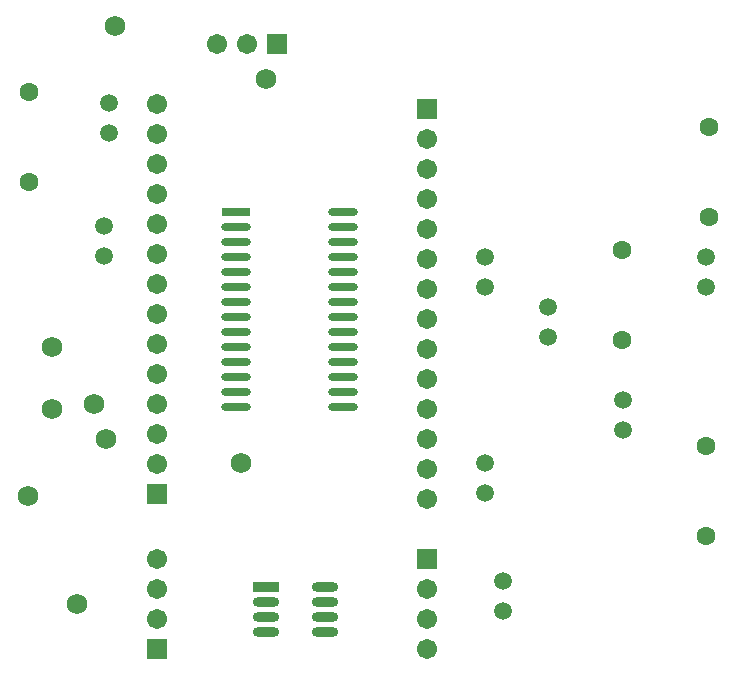
<source format=gts>
%FSLAX25Y25*%
%MOIN*%
G70*
G01*
G75*
G04 Layer_Color=8388736*
%ADD10C,0.02000*%
%ADD11C,0.01500*%
%ADD12O,0.09000X0.02000*%
%ADD13R,0.09000X0.02000*%
%ADD14O,0.08000X0.02500*%
%ADD15R,0.08000X0.02500*%
%ADD16C,0.01000*%
%ADD17C,0.05100*%
%ADD18R,0.05906X0.05906*%
%ADD19C,0.05906*%
%ADD20C,0.05512*%
%ADD21R,0.05906X0.05906*%
%ADD22C,0.06000*%
%ADD23C,0.00787*%
%ADD24O,0.09800X0.02800*%
%ADD25R,0.09800X0.02800*%
%ADD26O,0.08800X0.03300*%
%ADD27R,0.08800X0.03300*%
%ADD28C,0.05900*%
%ADD29R,0.06706X0.06706*%
%ADD30C,0.06706*%
%ADD31C,0.06312*%
%ADD32R,0.06706X0.06706*%
%ADD33C,0.06800*%
D24*
X539933Y331500D02*
D03*
Y336500D02*
D03*
Y341500D02*
D03*
Y346500D02*
D03*
Y351500D02*
D03*
Y356500D02*
D03*
Y361500D02*
D03*
Y366500D02*
D03*
Y371500D02*
D03*
Y376500D02*
D03*
Y381500D02*
D03*
Y386500D02*
D03*
Y391500D02*
D03*
Y396500D02*
D03*
X504500Y331500D02*
D03*
Y336500D02*
D03*
Y341500D02*
D03*
Y346500D02*
D03*
Y351500D02*
D03*
Y356500D02*
D03*
Y361500D02*
D03*
Y366500D02*
D03*
Y371500D02*
D03*
Y376500D02*
D03*
Y381500D02*
D03*
Y386500D02*
D03*
Y391500D02*
D03*
D25*
Y396500D02*
D03*
D26*
X534000Y256500D02*
D03*
Y261500D02*
D03*
Y266500D02*
D03*
Y271500D02*
D03*
X514500Y256500D02*
D03*
Y261500D02*
D03*
Y266500D02*
D03*
D27*
Y271500D02*
D03*
D28*
X587500Y313000D02*
D03*
Y303000D02*
D03*
X462000Y433000D02*
D03*
Y423000D02*
D03*
X460500Y382000D02*
D03*
Y392000D02*
D03*
X587500Y381500D02*
D03*
Y371500D02*
D03*
X661000D02*
D03*
Y381500D02*
D03*
X608500Y355000D02*
D03*
Y365000D02*
D03*
X633500Y334000D02*
D03*
Y324000D02*
D03*
X593500Y273500D02*
D03*
Y263500D02*
D03*
D29*
X478000Y251000D02*
D03*
X568000Y281000D02*
D03*
X478000Y302500D02*
D03*
X568000Y431000D02*
D03*
D30*
X478000Y261000D02*
D03*
Y271000D02*
D03*
Y281000D02*
D03*
X568000Y271000D02*
D03*
Y261000D02*
D03*
Y251000D02*
D03*
X478000Y312500D02*
D03*
Y322500D02*
D03*
Y332500D02*
D03*
Y342500D02*
D03*
Y352500D02*
D03*
Y362500D02*
D03*
Y372500D02*
D03*
Y382500D02*
D03*
Y392500D02*
D03*
Y402500D02*
D03*
Y412500D02*
D03*
Y422500D02*
D03*
Y432500D02*
D03*
X568000Y421000D02*
D03*
Y411000D02*
D03*
Y401000D02*
D03*
Y391000D02*
D03*
Y381000D02*
D03*
Y371000D02*
D03*
Y361000D02*
D03*
Y351000D02*
D03*
Y341000D02*
D03*
Y331000D02*
D03*
Y321000D02*
D03*
Y311000D02*
D03*
Y301000D02*
D03*
X498000Y452500D02*
D03*
X508000D02*
D03*
D31*
X662000Y395000D02*
D03*
Y425000D02*
D03*
X633000Y384000D02*
D03*
Y354000D02*
D03*
X661000Y288500D02*
D03*
Y318500D02*
D03*
X435500Y406500D02*
D03*
Y436500D02*
D03*
D32*
X518000Y452500D02*
D03*
D33*
X464000Y458500D02*
D03*
X514500Y441000D02*
D03*
X506000Y313000D02*
D03*
X443000Y351500D02*
D03*
Y331000D02*
D03*
X461000Y321000D02*
D03*
X435000Y302000D02*
D03*
X457000Y332500D02*
D03*
X451500Y266000D02*
D03*
M02*

</source>
